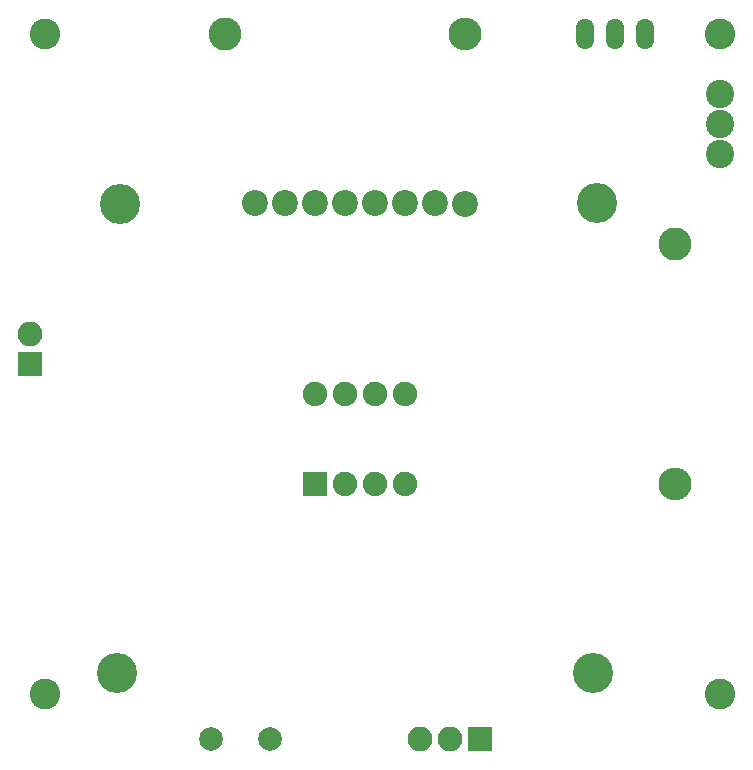
<source format=gts>
G04 #@! TF.FileFunction,Soldermask,Top*
%FSLAX46Y46*%
G04 Gerber Fmt 4.6, Leading zero omitted, Abs format (unit mm)*
G04 Created by KiCad (PCBNEW 4.0.7) date Sunday 09 February 2020 'à' 15:54:51*
%MOMM*%
%LPD*%
G01*
G04 APERTURE LIST*
%ADD10C,0.100000*%
%ADD11C,2.400000*%
%ADD12C,2.600000*%
%ADD13C,2.800000*%
%ADD14O,2.800000X2.800000*%
%ADD15R,2.076400X2.076400*%
%ADD16C,2.076400*%
%ADD17R,2.100000X2.100000*%
%ADD18O,2.100000X2.100000*%
%ADD19C,2.000000*%
%ADD20O,1.510000X2.620000*%
%ADD21C,2.200000*%
%ADD22C,3.400000*%
G04 APERTURE END LIST*
D10*
D11*
X118110000Y-35560000D03*
X118110000Y-33020000D03*
D12*
X60960000Y-81280000D03*
X118110000Y-81280000D03*
X60960000Y-25400000D03*
D13*
X76200000Y-25400000D03*
D14*
X96520000Y-25400000D03*
D13*
X114300000Y-43180000D03*
D14*
X114300000Y-63500000D03*
D15*
X83820000Y-63500000D03*
D16*
X86360000Y-63500000D03*
X88900000Y-63500000D03*
X91440000Y-63500000D03*
X91440000Y-55880000D03*
X88900000Y-55880000D03*
X86360000Y-55880000D03*
X83820000Y-55880000D03*
D17*
X59690000Y-53340000D03*
D18*
X59690000Y-50800000D03*
D19*
X75010000Y-85090000D03*
X80010000Y-85090000D03*
D17*
X97790000Y-85090000D03*
D18*
X95250000Y-85090000D03*
X92710000Y-85090000D03*
D12*
X118110000Y-25400000D03*
D20*
X106680000Y-25400000D03*
X109220000Y-25400000D03*
X111760000Y-25400000D03*
D11*
X118110000Y-30480000D03*
D21*
X96450000Y-39750000D03*
X93910000Y-39710000D03*
X91370000Y-39710000D03*
X78670000Y-39710000D03*
X81210000Y-39710000D03*
X88830000Y-39710000D03*
X86290000Y-39710000D03*
X83750000Y-39710000D03*
D22*
X67240000Y-39750000D03*
X107630000Y-39710000D03*
X107330000Y-79510000D03*
X67030000Y-79510000D03*
M02*

</source>
